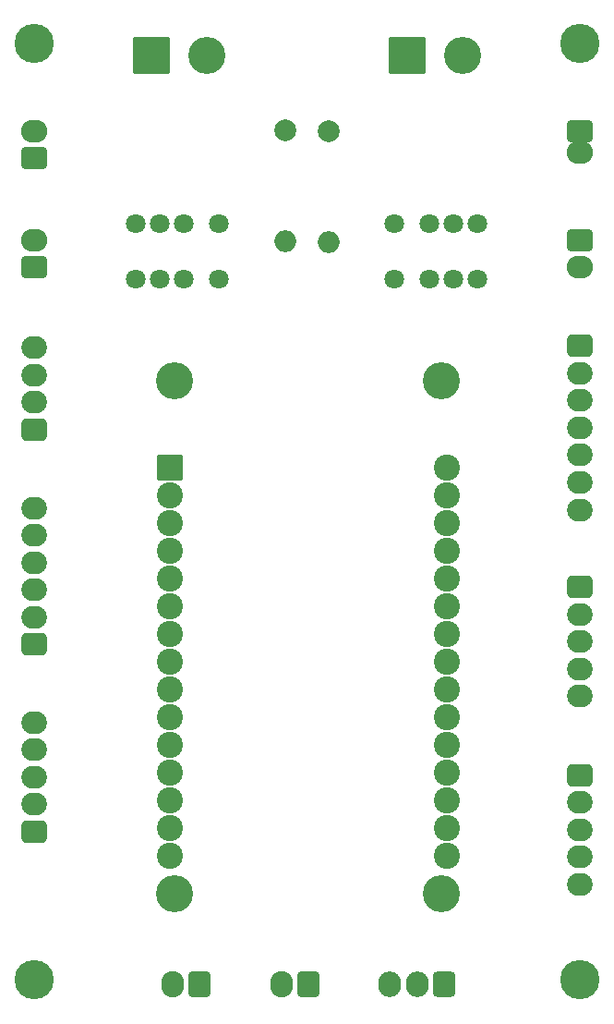
<source format=gbs>
G04 #@! TF.GenerationSoftware,KiCad,Pcbnew,(6.0.4-0)*
G04 #@! TF.CreationDate,2022-08-24T21:25:05+02:00*
G04 #@! TF.ProjectId,Mezmerize_B1_Controller,4d657a6d-6572-4697-9a65-5f42315f436f,rev?*
G04 #@! TF.SameCoordinates,Original*
G04 #@! TF.FileFunction,Soldermask,Bot*
G04 #@! TF.FilePolarity,Negative*
%FSLAX46Y46*%
G04 Gerber Fmt 4.6, Leading zero omitted, Abs format (unit mm)*
G04 Created by KiCad (PCBNEW (6.0.4-0)) date 2022-08-24 21:25:05*
%MOMM*%
%LPD*%
G01*
G04 APERTURE LIST*
G04 Aperture macros list*
%AMRoundRect*
0 Rectangle with rounded corners*
0 $1 Rounding radius*
0 $2 $3 $4 $5 $6 $7 $8 $9 X,Y pos of 4 corners*
0 Add a 4 corners polygon primitive as box body*
4,1,4,$2,$3,$4,$5,$6,$7,$8,$9,$2,$3,0*
0 Add four circle primitives for the rounded corners*
1,1,$1+$1,$2,$3*
1,1,$1+$1,$4,$5*
1,1,$1+$1,$6,$7*
1,1,$1+$1,$8,$9*
0 Add four rect primitives between the rounded corners*
20,1,$1+$1,$2,$3,$4,$5,0*
20,1,$1+$1,$4,$5,$6,$7,0*
20,1,$1+$1,$6,$7,$8,$9,0*
20,1,$1+$1,$8,$9,$2,$3,0*%
G04 Aperture macros list end*
%ADD10C,1.797000*%
%ADD11C,2.000000*%
%ADD12O,2.000000X2.000000*%
%ADD13RoundRect,0.450000X-0.725000X0.600000X-0.725000X-0.600000X0.725000X-0.600000X0.725000X0.600000X0*%
%ADD14O,2.350000X2.100000*%
%ADD15RoundRect,0.450000X0.750000X-0.600000X0.750000X0.600000X-0.750000X0.600000X-0.750000X-0.600000X0*%
%ADD16O,2.400000X2.100000*%
%ADD17RoundRect,0.450000X-0.750000X0.600000X-0.750000X-0.600000X0.750000X-0.600000X0.750000X0.600000X0*%
%ADD18RoundRect,0.450000X0.600000X0.750000X-0.600000X0.750000X-0.600000X-0.750000X0.600000X-0.750000X0*%
%ADD19O,2.100000X2.400000*%
%ADD20RoundRect,0.450000X0.725000X-0.600000X0.725000X0.600000X-0.725000X0.600000X-0.725000X-0.600000X0*%
%ADD21RoundRect,0.450000X0.600000X0.725000X-0.600000X0.725000X-0.600000X-0.725000X0.600000X-0.725000X0*%
%ADD22O,2.100000X2.350000*%
%ADD23C,3.600000*%
%ADD24C,3.400000*%
%ADD25RoundRect,0.200000X-1.000000X-1.000000X1.000000X-1.000000X1.000000X1.000000X-1.000000X1.000000X0*%
%ADD26C,2.400000*%
%ADD27RoundRect,0.200000X-1.500000X-1.500000X1.500000X-1.500000X1.500000X1.500000X-1.500000X1.500000X0*%
G04 APERTURE END LIST*
D10*
X141949700Y-71460000D03*
X138749300Y-71460000D03*
X136539500Y-71460000D03*
X134329700Y-71460000D03*
X134329700Y-76540000D03*
X136539500Y-76540000D03*
X138749300Y-76540000D03*
X141949700Y-76540000D03*
X158050300Y-76540000D03*
X161250700Y-76540000D03*
X163460500Y-76540000D03*
X165670300Y-76540000D03*
X165670300Y-71460000D03*
X163460500Y-71460000D03*
X161250700Y-71460000D03*
X158050300Y-71460000D03*
D11*
X148000000Y-62920000D03*
D12*
X148000000Y-73080000D03*
D11*
X152000000Y-63000000D03*
D12*
X152000000Y-73160000D03*
D13*
X175000000Y-82700000D03*
D14*
X175000000Y-85200000D03*
X175000000Y-87700000D03*
X175000000Y-90200000D03*
X175000000Y-92700000D03*
X175000000Y-95200000D03*
X175000000Y-97700000D03*
D15*
X125000000Y-75500000D03*
D16*
X125000000Y-73000000D03*
D15*
X125000000Y-65500000D03*
D16*
X125000000Y-63000000D03*
D17*
X175000000Y-63000000D03*
D16*
X175000000Y-65000000D03*
D17*
X175000000Y-73000000D03*
D16*
X175000000Y-75500000D03*
D18*
X140150000Y-141200000D03*
D19*
X137650000Y-141200000D03*
D18*
X150150000Y-141200000D03*
D19*
X147650000Y-141200000D03*
D20*
X125000000Y-110050000D03*
D14*
X125000000Y-107550000D03*
X125000000Y-105050000D03*
X125000000Y-102550000D03*
X125000000Y-100050000D03*
X125000000Y-97550000D03*
D20*
X125000000Y-127200000D03*
D14*
X125000000Y-124700000D03*
X125000000Y-122200000D03*
X125000000Y-119700000D03*
X125000000Y-117200000D03*
D20*
X125000000Y-90350000D03*
D14*
X125000000Y-87850000D03*
X125000000Y-85350000D03*
X125000000Y-82850000D03*
D13*
X175000000Y-122000000D03*
D14*
X175000000Y-124500000D03*
X175000000Y-127000000D03*
X175000000Y-129500000D03*
X175000000Y-132000000D03*
D13*
X175000000Y-104780000D03*
D14*
X175000000Y-107280000D03*
X175000000Y-109780000D03*
X175000000Y-112280000D03*
X175000000Y-114780000D03*
D21*
X162600000Y-141200000D03*
D22*
X160100000Y-141200000D03*
X157600000Y-141200000D03*
D23*
X125000000Y-55000000D03*
D24*
X162330000Y-85897500D03*
X137820000Y-85897500D03*
X137820000Y-132847500D03*
X162330000Y-132847500D03*
D25*
X137400000Y-93857500D03*
D26*
X137400000Y-96397500D03*
X137400000Y-98937500D03*
X137400000Y-101477500D03*
X137400000Y-104017500D03*
X137400000Y-106557500D03*
X137400000Y-109097500D03*
X137400000Y-111637500D03*
X137400000Y-114177500D03*
X137400000Y-116717500D03*
X137400000Y-119257500D03*
X137400000Y-121797500D03*
X137400000Y-124337500D03*
X137400000Y-126877500D03*
X137400000Y-129417500D03*
X162800000Y-129417500D03*
X162800000Y-126877500D03*
X162800000Y-124337500D03*
X162800000Y-121797500D03*
X162800000Y-119257500D03*
X162800000Y-116717500D03*
X162800000Y-114177500D03*
X162800000Y-111637500D03*
X162800000Y-109097500D03*
X162800000Y-106557500D03*
X162800000Y-104017500D03*
X162800000Y-101477500D03*
X162800000Y-98937500D03*
X162800000Y-96397500D03*
X162800000Y-93857500D03*
D23*
X175000000Y-140780000D03*
D27*
X159193332Y-56120000D03*
D24*
X164273332Y-56120000D03*
D27*
X135726666Y-56120000D03*
D24*
X140806666Y-56120000D03*
D23*
X175000000Y-55000000D03*
X125000000Y-140780000D03*
M02*

</source>
